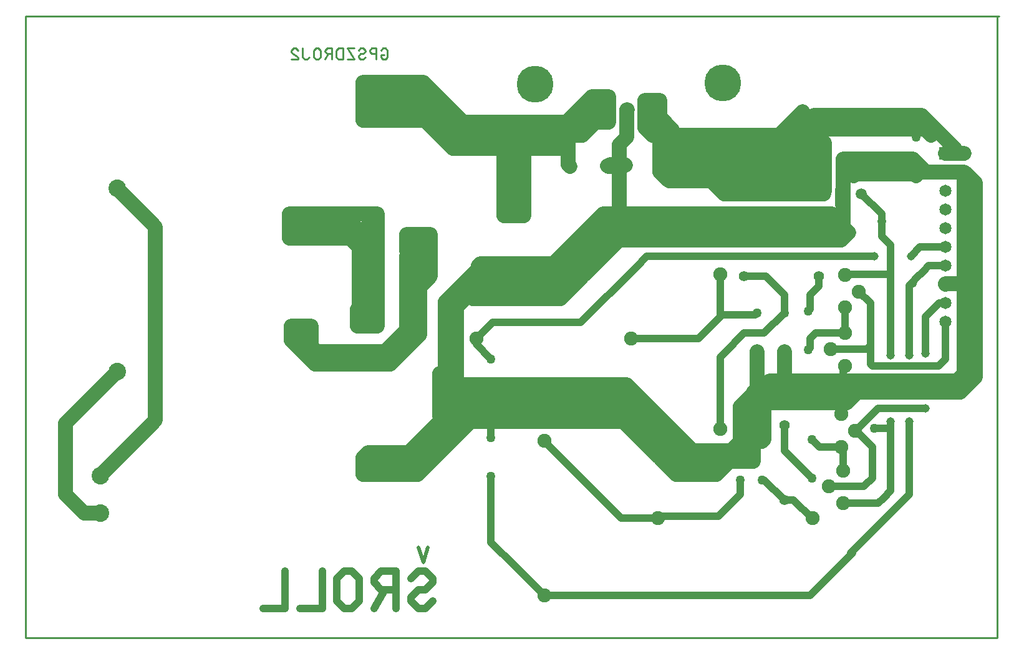
<source format=gbr>
%AMTOOL10*
1,1,0.0500,0,0*
%
%AMTOOL11*
1,1,0.0450,0,0*
%
%AMTOOL12*
1,1,0.0940,0,0*
%
%AMTOOL13*
1,1,0.0940,0,0*
%
%AMTOOL14*
1,1,0.0750,0,0*
%
%AMTOOL15*
1,1,0.0750,0,0*
%
%AMTOOL16*
1,1,0.0500,0,0*
%
%AMTOOL17*
1,1,0.0550,0,0*
%
%AMTOOL18*
1,1,0.0550,0,0*
%
%AMTOOL19*
21,1,0.0650,0.0650,0.0000,0.0000,90.00*
%
%AMTOOL20*
1,1,0.0650,0,0*
%
%AMTOOL21*
1,1,0.0591,0,0*
%
%AMTOOL22*
1,1,0.1969,0,0*
%
%AMTOOL23*
1,1,0.1181,0,0*
%
%ADD10C,0.002*%
%ADD11C,2.048*%
%ADD12C,0.008*%
%ADD13C,0.040*%
%ADD14C,0.050*%
%ADD15C,0.010*%
%ADD16C,0.019*%
%ADD17C,0.079*%
%ADD18C,0.040*%
%ADD19C,0.027*%
%ADD20TOOL10*%
%ADD21TOOL11*%
%ADD22TOOL12*%
%ADD23TOOL13*%
%ADD24TOOL14*%
%ADD25TOOL15*%
%ADD26TOOL16*%
%ADD27TOOL17*%
%ADD28TOOL18*%
%ADD29TOOL19*%
%ADD30TOOL20*%
%ADD31TOOL21*%
%ADD32TOOL22*%
%ADD33TOOL23*%
%FSLAX34Y34*%
G01X0Y0D02*
G01X57828Y42434D02*
G54D15*
G01Y14220D01*
X57926Y42434D02*
X57502D01*
X10226*
X57828Y14220D02*
Y14132D01*
X34398Y9222D02*
X57820D01*
X14930Y42434D02*
X5880D01*
X57828Y14132D02*
Y9230D01*
X5880Y9222D02*
X37534D01*
X5880Y42434D02*
Y9222D01*
X25058Y40374D02*
X24879D01*
Y40255*
X24998Y40136*
X25118*
X25237Y40255*
Y40613*
X25118Y40733*
X24998*
X24879Y40613*
X24640Y40136D02*
Y40733D01*
X24401*
X24282Y40613*
Y40553*
X24401Y40434*
X24640*
X24043Y40255D02*
X23924Y40136D01*
X23804*
X23685Y40255*
Y40315*
X23804Y40434*
X23924*
X24043Y40553*
Y40613*
X23924Y40733*
X23804*
X23685Y40613*
X23446Y40733D02*
X23088D01*
X23446Y40136*
X23088*
X22849D02*
X22610D01*
X22491Y40255*
Y40613*
X22610Y40733*
X22849*
Y40136*
X22252D02*
Y40733D01*
X22013*
X21894Y40613*
Y40553*
X22013Y40434*
X22252*
X22073D02*
X21894Y40136D01*
X21655Y40255D02*
X21536Y40136D01*
X21416*
X21297Y40255*
Y40613*
X21416Y40733*
X21536*
X21655Y40613*
Y40255*
X21058D02*
X20939Y40136D01*
X20819*
X20700Y40255*
Y40733*
X20461Y40613D02*
X20342Y40733D01*
X20222*
X20103Y40613*
Y40494*
X20461Y40255*
Y40136*
X20103*
G01X27671Y11178D02*
G54D18*
G01X27276Y10783D01*
X26881*
X26486Y11178*
Y11375*
X26881Y11770*
X27276*
X27671Y12165*
Y12363*
X27276Y12758*
X26881*
X26486Y12363*
X25696Y10783D02*
Y12758D01*
X24906*
X24511Y12363*
Y12165*
X24906Y11770*
X25696*
X25103D02*
X24511Y10783D01*
X23721Y11178D02*
X23326Y10783D01*
X22931*
X22536Y11178*
Y12363*
X22931Y12758*
X23326*
X23721Y12363*
Y11178*
X21746Y12758D02*
Y10783D01*
X20561*
X19771Y12758D02*
Y10783D01*
X18586*
G01X27384Y14029D02*
G54D16*
G01X27146Y13235D01*
X26908Y14029*
G54D20*
X34950Y34446D03*
X37008D03*
G01X30772Y17846D02*
G54D18*
G01Y14318D01*
X32046Y13044*
X33614Y11476*
X47824*
X50078Y13730*
X49980*
X50029Y13779*
X52528Y16278*
X53116Y16866*
Y17013*
Y20786*
G54D21*
D03*
G01X53116Y28038D02*
G54D18*
G01Y24314D01*
G54D21*
D03*
G01X53312Y28234D02*
G54D18*
G01X53116Y28038D01*
X53312Y28234D02*
X53508Y28430D01*
X53312Y28234D02*
X53214Y28136D01*
X53312D02*
Y28234D01*
X53214Y28136D02*
X53312D01*
X53508Y28430D02*
X53900Y28822D01*
X54172Y29094*
X55076*
X30772Y22060D02*
Y20884D01*
X30674Y20786*
G01X30674Y20786D02*
G54D17*
G01X29694D01*
G01X30772Y20688D02*
G54D18*
G01X30674Y20786D01*
G01X31262Y20786D02*
G54D17*
G01X30674D01*
X31262D02*
X37828D01*
X38318Y20296*
X38269Y20345*
X39788Y18826*
X39984Y18630*
X39788Y18826D02*
X40670Y17944D01*
X42826*
X43512Y18630*
X43806*
X43512D02*
X43120D01*
X43512D02*
X43806D01*
X44786*
X44051Y18875D02*
X43806Y18630D01*
X44100Y18826*
X43708Y19218*
X40376D02*
X41062D01*
X38220Y21374D02*
X40376Y19218D01*
X37730Y21374D02*
X38220D01*
X28910D02*
X37730D01*
X28322Y20786D02*
X28910Y21374D01*
X28322Y20786D02*
Y22158D01*
X28028Y21080D02*
X28322Y20786D01*
X29106*
X28028Y21864*
Y23334*
Y21080*
X28322Y27156D02*
X29253Y28087D01*
X29694Y28528D02*
X30282D01*
X37632Y34212D02*
X37926Y34506D01*
X37436Y34408D02*
X37632Y34212D01*
Y34472*
Y35584*
X37972Y34472D02*
X37632D01*
X37926Y34506D02*
X37972Y34472D01*
X37926Y34506D02*
X37142D01*
X37045Y34409*
X37044Y34408*
X37008Y34446D02*
X37045Y34409D01*
X37044Y34408D02*
X37008Y34446D01*
X37044Y34408D02*
X37436D01*
X37632Y35584D02*
X38024Y35976D01*
Y37446*
X38044*
X39788Y31076D02*
X40768D01*
X42336*
X46942*
X47236*
X46942D02*
X47236Y31370D01*
X48608*
X49588D02*
Y31762D01*
Y31174D02*
Y31370D01*
Y31174*
G01X49686Y31076D02*
G54D18*
G01X49588Y31174D01*
X49882Y31076D02*
X49686D01*
X49882Y30880D02*
Y31076D01*
Y30880D02*
X47922D01*
X47726Y31076*
X47530Y30880*
G01X47236Y31076D02*
G54D17*
G01X47726D01*
G01X47530Y30880D02*
G54D18*
G01X45668D01*
X44232*
X44198*
X44232Y30926D02*
Y30880D01*
X44198D02*
X44232Y30926D01*
X44198Y30880D02*
X40376D01*
X40181Y31075*
X40218Y31112*
X40181Y31075D02*
X40180Y31076D01*
X40218Y31112*
G01X40218Y31112D02*
G54D17*
G01X39824D01*
X39788Y31076*
X49490Y31762D02*
X49588Y31860D01*
Y32350*
Y33134*
X49568Y32370D02*
X49588Y32350D01*
X49568Y32938D02*
Y32370D01*
X49588Y33134D02*
X49568D01*
X49588D02*
Y34016D01*
X50196Y34800D02*
X50862D01*
X53312*
X53998Y34114*
Y34094*
X55076*
X53998D02*
X53508D01*
Y33918*
G01X53508Y33918D02*
G54D18*
G01X54880D01*
X55066Y34104*
X55076Y34094*
X55066Y34104D02*
X55076Y34114D01*
Y34094*
G01X55076Y34094D02*
G54D17*
G01X55468D01*
X55076*
X55468D02*
X56036D01*
X56056Y34114*
Y34094*
Y34114D02*
X56076Y34094D01*
X56056Y34114*
X56076Y34094*
X56056*
X56644Y33526D02*
X56076Y34094D01*
X56644Y24706D02*
Y33526D01*
Y23138D02*
Y24706D01*
X55860Y22354D02*
X56644Y23138D01*
X55860Y22354D02*
X56056Y22550D01*
X54096Y22354D02*
X55860D01*
X53018D02*
X54096D01*
X51254*
X50372*
X51254Y22452D02*
Y22354D01*
Y22452D02*
X50862D01*
X50764Y22354*
X53018*
X50764D02*
X50372D01*
X49980*
X49784Y21766D02*
X50372Y22354D01*
X49588*
X48804*
X49980D02*
X49588D01*
G01X49490Y22256D02*
G54D18*
G01X49588Y22354D01*
X49980*
X49588Y23642D02*
Y23138D01*
X49686Y23740D02*
X49588Y23642D01*
X49490Y21164D02*
Y22256D01*
G01X48804Y22354D02*
G54D17*
G01X46452D01*
X48804D02*
X49392Y22942D01*
X50372*
X51352*
X55664D02*
X56056Y23334D01*
Y22550*
Y23334D02*
Y25196D01*
X56076Y25216*
Y26094*
X56056Y26078*
X56076Y26094D02*
X56056D01*
Y27058*
Y26094D02*
Y26078D01*
Y27058D02*
X56076Y27094D01*
X56056D02*
Y27058D01*
X56076Y27094D02*
X56056D01*
Y28094*
Y28136*
X56076Y28094D02*
X56056D01*
Y28136D02*
X56076Y28094D01*
X56034Y28136*
X55076*
Y28094*
X56056Y29094D02*
Y28136D01*
Y29116D02*
Y29094D01*
X56076*
X56056Y29116*
Y30094*
Y30096*
X56076Y30094D02*
X56056D01*
Y30096D02*
X56076Y30094D01*
X56056Y31076D02*
Y30096D01*
Y31076D02*
X56076Y31094D01*
X56056D02*
Y31076D01*
Y32056D02*
Y31094D01*
X56076*
X56056Y32056D02*
X56076Y32094D01*
X56056D02*
Y32056D01*
X56076Y32094D02*
X56056D01*
Y33094*
Y33134*
X56076Y33094D02*
X56056D01*
Y33134D02*
X56076Y33094D01*
X56056Y34094D02*
Y33134D01*
X46452Y22354D02*
X45962D01*
X45570*
G01X45570Y22354D02*
G54D18*
G01X45962D01*
X45570*
G01X45570Y22354D02*
G54D17*
G01X45080D01*
X45570D02*
X45374D01*
Y21766*
X49784*
X45374D02*
Y19806D01*
X45276Y19708*
X44786*
X44100*
X44786Y22354D02*
Y22256D01*
Y19708D02*
Y18630D01*
X44100Y19708D02*
Y18924D01*
Y19708D02*
X43120Y18728D01*
Y18630*
X42042*
X39984*
X44100Y18924D02*
X44051Y18875D01*
X48216Y31762D02*
X49098D01*
X48510Y31468D02*
X48216Y31762D01*
X49588Y31468D02*
X48510D01*
G01X30772Y19904D02*
G54D18*
G01Y20688D01*
G01X24402Y18532D02*
G54D17*
G01X26754D01*
X28910Y20688*
Y21374*
X30184Y29214D02*
X30086Y29116D01*
X30184Y29214*
X30086Y29116D02*
Y28920D01*
X28322Y27156*
X28616*
X28910Y26862*
Y22746*
Y21668D02*
X26558Y19316D01*
X26362Y19120*
X24402*
X24206*
X23912Y18826*
X30282Y28528D02*
X32144D01*
X28910Y26862D02*
X29596Y27548D01*
X30282Y28234D02*
Y28528D01*
X48608Y31370D02*
X49588D01*
X39788Y31076D02*
X40082Y31370D01*
X48608*
X39788Y31076D02*
X40572Y31860D01*
X42434*
X49098Y31762D02*
X49490D01*
X42434Y31860D02*
X49000D01*
X49588Y31762D02*
Y31860D01*
X49000D02*
X49098Y31762D01*
X49588*
X34104Y29214D02*
X30184D01*
X40572Y31860D02*
X37142D01*
X36750D02*
X34104Y29214D01*
X37632Y31370D02*
Y34212D01*
X34986Y28724D02*
X36260Y29998D01*
X37632Y31370D02*
X39102D01*
X39494D02*
X39788Y31076D01*
X39396*
X36260Y29998D02*
X37142Y30880D01*
X36456Y30194D02*
X36260Y29998D01*
X34986Y29214D02*
X34104D01*
X37142Y31860D02*
X36750D01*
X34986Y29214D02*
Y29704D01*
X37142Y31860*
X39102Y31370D02*
X39494D01*
X39102Y31076D02*
Y31370D01*
X39396Y31076D02*
X39102D01*
X37142Y30880D02*
X37632Y31370D01*
X39396Y31076D02*
X37338D01*
X37142Y30880*
X29253Y28087D02*
X29694Y28528D01*
X34986Y28724D02*
X34300Y28038D01*
X29302*
X29253Y28087*
X23912Y18826D02*
Y17944D01*
X26852*
X29694Y20786D02*
X29106D01*
X26852Y17944D02*
X29694Y20786D01*
X49588Y34016D02*
Y34800D01*
X50176*
X50196*
X50176D02*
Y34016D01*
Y33918*
Y34016*
X53410*
X53508Y33918*
X34986Y28724D02*
X32144D01*
X30478D02*
X30282Y28528D01*
X32144Y28724D02*
X30478D01*
X32144Y28528D02*
Y28724D01*
X28322Y22158D02*
Y27156D01*
X28910Y22060D02*
Y21668D01*
X28322Y22158D02*
X28812D01*
X28910Y22060*
X30772*
X38024*
X41062Y19218D02*
X41552D01*
X38024Y22060D02*
X38220D01*
X41062Y19218*
X46452Y24510D02*
Y22354D01*
X44982D02*
X44786D01*
X44982Y24510D02*
Y22354D01*
G01X49588Y23138D02*
G54D18*
G01Y22354D01*
G01X51352Y22942D02*
G54D17*
G01X55664D01*
X45080Y22354D02*
X44982D01*
X51352Y22942D02*
X45668D01*
X45080Y22354*
X44786Y22256D02*
Y19708D01*
Y22256D02*
X44100Y21570D01*
Y19708*
X29596Y27548D02*
X30282Y28234D01*
X29596Y27548D02*
X29792Y27352D01*
X33614*
X34496*
X35672Y28528*
X37632Y30488*
X37926*
X37632*
X37926D02*
X45668D01*
X49490D02*
X49882Y30880D01*
X49588Y31174*
X45668Y30488D02*
X49490D01*
X45668Y30880D02*
Y30488D01*
X28910Y22746D02*
Y22060D01*
Y22746D02*
X37632D01*
X41552Y19218D02*
X43708D01*
X37632Y22746D02*
X38024D01*
X41552Y19218*
G01X57828Y42434D02*
G54D15*
G01Y14220D01*
X57926Y42434D02*
X57502D01*
X10226*
X57828Y14220D02*
Y14132D01*
X34398Y9222D02*
X57820D01*
X14930Y42434D02*
X5880D01*
X57828Y14132D02*
Y9230D01*
X5880Y9222D02*
X37534D01*
X5880Y42434D02*
Y9222D01*
G54D20*
X40030Y34472D03*
X37972D03*
G01X25058Y40374D02*
G54D15*
G01X24879D01*
Y40255*
X24998Y40136*
X25118*
X25237Y40255*
Y40613*
X25118Y40733*
X24998*
X24879Y40613*
X24640Y40136D02*
Y40733D01*
X24401*
X24282Y40613*
Y40553*
X24401Y40434*
X24640*
X24043Y40255D02*
X23924Y40136D01*
X23804*
X23685Y40255*
Y40315*
X23804Y40434*
X23924*
X24043Y40553*
Y40613*
X23924Y40733*
X23804*
X23685Y40613*
X23446Y40733D02*
X23088D01*
X23446Y40136*
X23088*
X22849D02*
X22610D01*
X22491Y40255*
Y40613*
X22610Y40733*
X22849*
Y40136*
X22252D02*
Y40733D01*
X22013*
X21894Y40613*
Y40553*
X22013Y40434*
X22252*
X22073D02*
X21894Y40136D01*
X21655Y40255D02*
X21536Y40136D01*
X21416*
X21297Y40255*
Y40613*
X21416Y40733*
X21536*
X21655Y40613*
Y40255*
X21058D02*
X20939Y40136D01*
X20819*
X20700Y40255*
Y40733*
X20461Y40613D02*
X20342Y40733D01*
X20222*
X20103Y40613*
Y40494*
X20461Y40255*
Y40136*
X20103*
G01X47824Y26764D02*
G54D18*
G01X47726Y26666D01*
X47824Y27548D02*
Y26764D01*
X48296Y28020D02*
X47824Y27548D01*
X48296Y28528D02*
Y28020D01*
X43022Y20370D02*
Y22844D01*
Y24216D02*
X43218Y24412D01*
X44296Y25490D02*
X45374D01*
X46452Y26568*
Y27548*
X46256Y27744*
X45472Y28528*
X44296*
X43022Y22844D02*
Y22942D01*
X43218Y24412D02*
X44296Y25490D01*
X43022Y22844D02*
Y24216D01*
X43218Y24412*
X39044Y37446D02*
X39514Y36976D01*
X39984Y36506D02*
Y36466D01*
Y36506*
Y36466D02*
Y34506D01*
X40030Y34472*
X39984Y34506D02*
X40030D01*
X40768*
X40030Y34472D02*
Y34506D01*
X43022D02*
X44002Y33526D01*
G01X43806Y33526D02*
G54D17*
G01X44002D01*
X46158*
G01X44002Y33526D02*
G54D18*
G01X43806D01*
G01X43218Y32938D02*
G54D17*
G01X43512Y33232D01*
X43218Y32938D02*
X44198D01*
X43218D02*
X46746D01*
X46804*
X46746D02*
X48118D01*
Y33526*
Y32938D02*
X48412D01*
X48588Y33114*
X48608Y33134*
X48568D02*
X48588Y33114D01*
X48608Y33134D02*
X48568D01*
X46158Y33526D02*
X48118D01*
X46158D02*
Y35388D01*
Y36074D02*
X47432Y37348D01*
X45668Y32938D02*
X46804D01*
X46844*
X46804*
X46844*
X46804*
X46844D02*
Y33428D01*
Y35976*
X47334Y32938D02*
X46844Y33428D01*
X48568Y32938D02*
X47334D01*
X46844Y35976D02*
X47285Y36417D01*
X48020Y37152*
X47285Y36417D02*
X53949D01*
X54292Y36074*
X48020Y37152D02*
X53802D01*
X55566Y35388*
G01X53508Y36858D02*
G54D18*
G01X53802Y37152D01*
X53508Y35976D02*
Y36858D01*
G01X55566Y35094D02*
G54D17*
G01Y35388D01*
X55076Y35094D02*
X55566D01*
X56056*
X56076*
X44232Y32938D02*
X45668D01*
X44232Y32984D02*
Y32938D01*
X44198*
X44232Y32984*
X43512Y33232D02*
X43806Y33526D01*
X43512Y33232D02*
Y33624D01*
X43022Y34114*
X42924Y34212D02*
X40278D01*
X40024Y34466*
X39984Y34506D02*
X40030Y34472D01*
X40024Y34466D02*
X39984Y34506D01*
X40030Y34472D02*
X40024Y34466D01*
X39984Y34506D02*
X40030D01*
X40082D02*
X40376Y34800D01*
X40030Y34506D02*
X40082D01*
X40030Y34472D02*
Y34506D01*
X40376Y34800D02*
Y35388D01*
Y36270D02*
X40474Y36368D01*
X40376Y36270*
X40474Y36368D02*
X40033Y36809D01*
X39396Y37446D02*
X39044D01*
X39004*
X39044*
X43218Y32938D02*
X42532Y33624D01*
X41944*
X40278*
X39788Y34114*
G01X39514Y36976D02*
G54D18*
G01X39984Y36506D01*
G01X39788Y34114D02*
G54D17*
G01Y34472D01*
Y36662D02*
X39494Y36956D01*
X39514Y36976*
X39788Y34472D02*
Y36074D01*
X40030Y34472D02*
X39788D01*
Y36074D02*
Y36662D01*
Y36074D02*
X39396D01*
X39004Y36466*
Y37446*
Y37936*
X39044Y37446D02*
X39004D01*
Y37936D02*
X39788D01*
X40033Y36809D02*
X39396Y37446D01*
X39788Y37936D02*
Y37054D01*
X40082Y36760*
X40033Y36809*
X48118Y33526D02*
X48216D01*
X48608Y33134*
X48568Y32938*
X48608Y33134D02*
Y33820D01*
X43022Y34114D02*
X42924Y34212D01*
X43022Y34114D02*
X48314D01*
X48608Y33820*
Y34702*
G01X40768Y34506D02*
G54D18*
G01X43022D01*
G01X48608Y34702D02*
G54D17*
G01X40964D01*
X40768Y34506*
X48608Y34702D02*
Y35682D01*
X47432*
Y35192*
X48118*
X46158Y35388D02*
Y36074D01*
X40376Y35388D02*
Y36270D01*
X46158Y35388D02*
X40376D01*
Y36270D02*
X40572Y36074D01*
X46158*
G01X45276Y17650D02*
G54D18*
G01X45374D01*
X46452Y16572*
X46942*
X47922Y15592*
X47946*
X27671Y11178D02*
X27276Y10783D01*
X26881*
X26486Y11178*
Y11375*
X26881Y11770*
X27276*
X27671Y12165*
Y12363*
X27276Y12758*
X26881*
X26486Y12363*
X25696Y10783D02*
Y12758D01*
X24906*
X24511Y12363*
Y12165*
X24906Y11770*
X25696*
X25103D02*
X24511Y10783D01*
X23721Y11178D02*
X23326Y10783D01*
X22931*
X22536Y11178*
Y12363*
X22931Y12758*
X23326*
X23721Y12363*
Y11178*
X21746Y12758D02*
Y10783D01*
X20561*
X19771Y12758D02*
Y10783D01*
X18586*
G01X27384Y14029D02*
G54D16*
G01X27146Y13235D01*
X26908Y14029*
G01X49588Y16390D02*
G54D18*
G01X49595Y16383D01*
X49588Y16376D02*
Y16390D01*
X49595Y16383D02*
X49588Y16376D01*
X49602Y16390D02*
X49595Y16383D01*
X49980Y16390D02*
X49602D01*
X49980D02*
X50372D01*
X49980*
X50372D02*
X51464D01*
X51744Y16670*
X52136Y17062*
Y18532*
Y18546*
Y18826*
Y20394*
Y20786*
X51254Y20394D02*
X52136D01*
G54D21*
Y20786D03*
G01X52136Y25686D02*
G54D18*
G01Y24314D01*
G54D21*
D03*
G01X52136Y26960D02*
G54D18*
G01Y25686D01*
Y28626D02*
Y26960D01*
Y29116D02*
Y28626D01*
X49700*
X49686Y28612*
X52136Y29116D02*
Y30194D01*
X51646Y30684*
Y31468*
Y31860*
X50568Y32938*
G01X9898Y17886D02*
G54D17*
G01X12838Y20826D01*
Y21570*
Y31174*
X10780Y33232*
X26950Y30292D02*
Y27940D01*
Y26568D02*
X26754Y26372D01*
Y26176*
X25088Y24510*
X21462*
X21168Y24804*
X26950Y30292D02*
X26411Y29753D01*
X26264Y29606D02*
Y27450D01*
Y24706*
X25382Y23824*
X21560*
X21364*
X20286Y24902*
X26950Y27352D02*
Y26568D01*
Y27352D02*
Y26372D01*
Y25392D02*
X26264Y24706D01*
X26950Y26372D02*
Y25392D01*
X26754Y26372D02*
X26950D01*
X20286Y24902D02*
X20090Y25098D01*
Y25882*
X21168*
Y24804D02*
X20580Y25392D01*
X21168Y25882D02*
Y24804D01*
X26411Y29753D02*
X26264Y29606D01*
X26411Y29753D02*
X26264Y29900D01*
Y30782*
X27538*
Y28528*
X26950Y27940D02*
Y27352D01*
X27538Y28528D02*
X26950Y27940D01*
X24402Y38132D02*
X24892D01*
X26950D02*
X27783Y37299D01*
X29008Y36074D02*
X31262D01*
X32046D02*
X32536D01*
X32046D02*
Y32546D01*
X32144Y32448*
X33320Y36074D02*
X34888D01*
X35672*
X34888D02*
Y35388D01*
Y34506D02*
X34949Y34445D01*
X34986Y34408*
X34950Y34446D02*
X34949Y34445D01*
X34986Y34408D02*
X34950Y34446D01*
X35672Y36074D02*
X36358Y36760D01*
X24402Y38132D02*
Y38328D01*
X24843Y38769*
X24990Y38916D02*
X25480D01*
X27146D02*
X29302Y36760D01*
X34888*
X35476D02*
X36358Y37642D01*
X36848*
X37044Y37446*
X24892Y38132D02*
X26558D01*
Y38916D02*
X27146D01*
X24892Y38132D02*
X25676Y38916D01*
X26558*
X24843Y38769D02*
X24990Y38916D01*
X26558Y38132D02*
X26950D01*
X24843Y38769D02*
X25921D01*
X26558Y38132*
X26950*
X31262Y36074D02*
X31458D01*
X32046*
X31262D02*
X31458D01*
X31262*
X31458D02*
Y31762D01*
X32536*
Y36074D02*
X33320D01*
X32536Y31762D02*
Y32448D01*
Y36074*
X32144Y32448D02*
X32536D01*
X25480Y38916D02*
X26558D01*
X25480D02*
X23912D01*
Y37544*
X27783Y37299D02*
X29008Y36074D01*
X23912Y37544D02*
X27538D01*
X27832Y37250*
X27783Y37299*
X36358Y36760D02*
X37044Y37446D01*
X36358Y36760D02*
X37044D01*
Y37446*
Y38132*
X36162*
X34888Y36760D02*
X35476D01*
X36162Y38132D02*
X34888Y36858D01*
Y36760*
X23912Y37544D02*
Y36858D01*
X27244*
X28518Y35584*
X34888Y35388D02*
Y34506D01*
X28518Y35584D02*
X28714Y35388D01*
X34888*
G54D22*
X9898Y15886D03*
G54D23*
Y17886D03*
G54D24*
X33614Y11476D03*
Y19732D03*
X43022Y28626D03*
Y20370D03*
G54D25*
X29988Y25196D03*
X38244D03*
G54D26*
X47922Y19806D03*
Y17748D03*
X47726Y24608D03*
Y26666D03*
G54D20*
X51646Y31468D03*
X49588D03*
G54D26*
X46452Y24510D03*
Y26568D03*
X30772Y22060D03*
Y24118D03*
X45276Y17650D03*
Y19708D03*
X30772Y17846D03*
Y19904D03*
X44982Y24510D03*
Y26568D03*
X44100Y17650D03*
Y19708D03*
G54D27*
X46452Y16572D03*
Y20572D03*
G54D28*
X44296Y28528D03*
X48296D03*
G54D25*
X49588Y18140D03*
X48838Y17290D03*
X49588Y16390D03*
X49686Y26862D03*
X50436Y27712D03*
X49686Y28612D03*
X49490Y19414D03*
X50240Y20264D03*
X49490Y21164D03*
X49686Y25490D03*
X48936Y24640D03*
X49686Y23740D03*
G54D29*
X55076Y35094D03*
G54D30*
X56076D03*
X55076Y34094D03*
X56076D03*
X55076Y33094D03*
X56076D03*
X55076Y32094D03*
X56076D03*
X55076Y31094D03*
X56076D03*
X55076Y30094D03*
X56076D03*
X55076Y29094D03*
X56076D03*
X55076Y28094D03*
X56076D03*
X55076Y27094D03*
X56076D03*
X55076Y26094D03*
X56076D03*
G01X24402Y26372D02*
G54D17*
G01Y30292D01*
X23667Y31027*
X23422Y31272D02*
X20580D01*
X24402Y26372D02*
X23765Y27009D01*
X23716Y27058D02*
Y29116D01*
Y30096*
X23324Y30488*
X23226Y30586*
X20678*
X23667Y31027D02*
X23422Y31272D01*
X23667Y31027D02*
X24647D01*
X24696Y31076*
X24647Y31027*
X24696Y31076D02*
Y30292D01*
Y26372*
X24402Y30292D02*
X24696D01*
Y26372D02*
Y25882D01*
X24402Y26372D02*
X24696D01*
Y25882D02*
X23618D01*
X23765Y27009D02*
X23716Y27058D01*
X23618Y25882D02*
Y26764D01*
X23814Y26960*
X23765Y27009*
X20678Y30586D02*
X19992D01*
Y31860*
X23618*
X24010*
X24696D02*
Y30978D01*
X24647Y31027*
X24696Y30978D02*
Y31076D01*
X24647Y31027*
X24696Y31076D02*
Y30978D01*
X24647Y31027*
X24010Y31860D02*
X24696D01*
Y30978D02*
Y31174D01*
X24010Y31860*
X23618*
X9016Y15886D02*
X9898D01*
X8036Y16866D02*
X9016Y15886D01*
X8036Y20688D02*
Y16866D01*
X10780Y23432D02*
X8036Y20688D01*
G01X48314Y19414D02*
G54D18*
G01X47922Y19806D01*
X49490Y19414D02*
X48314D01*
X49588Y19316D02*
X49490Y19414D01*
X49588Y18140D02*
Y19316D01*
X46452Y20572D02*
Y19218D01*
X47922Y17748*
X48804Y17258D02*
X48838Y17290D01*
X48836*
X49230D02*
X48838D01*
X49230D02*
X49490D01*
X49230*
X49490D02*
X50698D01*
X50764Y17356*
X50698Y17290*
X50764Y17356D02*
X51156Y17748D01*
Y18140*
Y19414*
X50274Y20296*
X50240Y20264*
X50274Y20296*
X50666Y20688*
X51450Y21472*
X53508*
X53998*
G54D21*
D03*
G01X53998Y26372D02*
G54D18*
G01Y24412D01*
G54D21*
D03*
G01X54720Y27094D02*
G54D18*
G01X53998Y26372D01*
X55076Y27094D02*
X54720D01*
X48836Y17290D02*
X48804Y17258D01*
G54D26*
X45668Y32938D03*
Y30880D03*
G01X48936Y24640D02*
G54D18*
G01X50894D01*
X50960Y24706*
Y24738*
Y24706*
X51058Y24608*
Y24510*
Y23824*
Y27090D02*
Y24510D01*
X50436Y27712D02*
X51058Y27090D01*
Y23824D02*
X51156Y23726D01*
X53508*
X53998*
X54684*
X55076Y24118*
Y26078*
Y26094*
X29988Y24902D02*
Y25196D01*
X30870Y26078*
X33810*
X35574*
X51254Y29606D02*
X50372D01*
G54D21*
X51254D03*
G01X53702Y30094D02*
G54D18*
G01X53214Y29606D01*
G54D21*
D03*
G01X55076Y30094D02*
G54D18*
G01X53702D01*
X30772Y24118D02*
X29988Y24902D01*
X38514Y29018D02*
X35574Y26078D01*
X50372Y29606D02*
X39102D01*
X38514Y29018*
G54D26*
X51254Y20394D03*
Y22452D03*
X53508Y35976D03*
Y33918D03*
G54D31*
X50568Y32938D03*
X49568D03*
X48568D03*
G54D25*
X39690Y15592D03*
X47946D03*
G54D22*
X26950Y38132D03*
Y30292D03*
X24402Y38132D03*
Y30292D03*
Y26372D03*
Y18532D03*
X26754Y26372D03*
Y18532D03*
G54D23*
X10780Y33232D03*
Y23432D03*
X20580Y25392D03*
Y31272D03*
G01X33614Y19708D02*
G54D18*
G01Y19732D01*
X37730Y15592D02*
X33614Y19708D01*
X39690Y15592D02*
X37730D01*
X39788Y15690D02*
X39690Y15592D01*
X42924Y15690D02*
X39788D01*
X44100Y16866D02*
X42924Y15690D01*
X44100Y17650D02*
Y16866D01*
X49686Y26862D02*
Y25490D01*
X48118*
X47824Y25196*
Y24706*
X47726Y24608*
X38244Y25196D02*
X41846D01*
X43120Y26470D02*
X44884D01*
X43022Y28626D02*
Y26470D01*
X44884D02*
X44982Y26568D01*
X43120Y26470D02*
X43022D01*
X43120D02*
X41846Y25196D01*
G54D32*
X33124Y38818D03*
X43143Y38861D03*
G54D33*
X32144Y32448D03*
Y28528D03*
G54D31*
X37044Y37446D03*
X38044D03*
X39044D03*
X0Y0D02*
M02*

</source>
